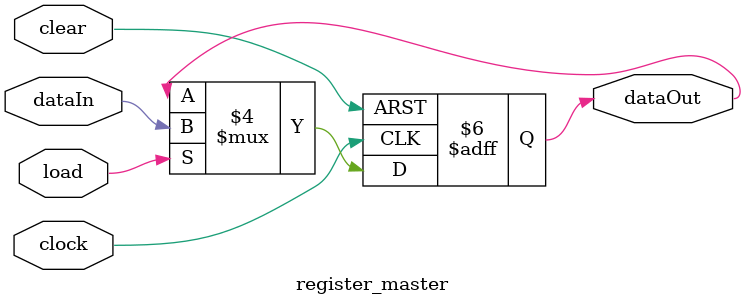
<source format=v>
`timescale 1ns / 1ps


module register_master(load,clear,clock,dataIn,dataOut);

    parameter size = 1;
    
    input load,clear,clock;
    input [size-1:0]dataIn;
    output reg [size-1:0]dataOut;
    
    always@(posedge clock,negedge clear)
	if(!clear)
		dataOut <= 0;
	else//no reset
		if(load)
			dataOut <= dataIn;
		else
			dataOut <= dataOut;
    
endmodule

</source>
